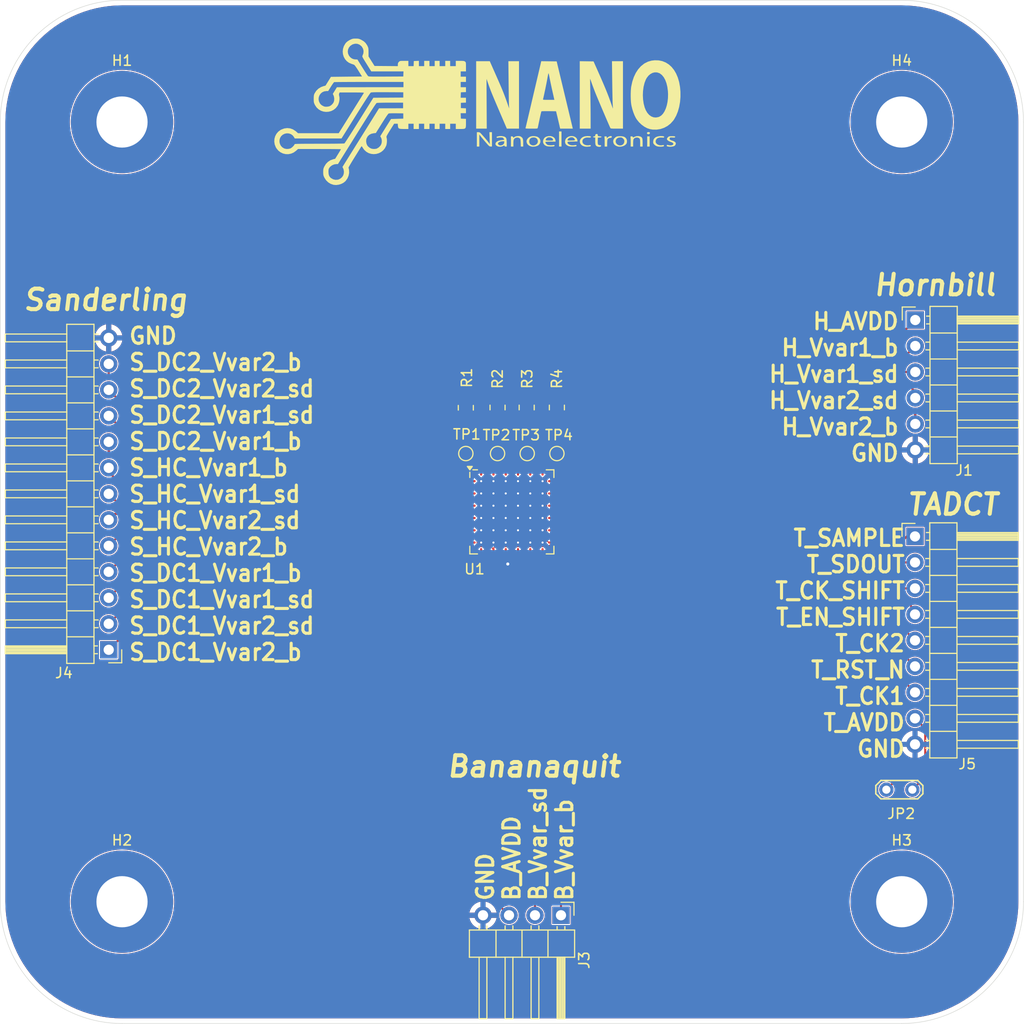
<source format=kicad_pcb>
(kicad_pcb (version 20240108) (generator "pcbnew") (generator_version "8.0")
  (layers (0 "F.Cu" signal) (1 "In1.Cu" signal) (2 "In2.Cu" signal) (31 "B.Cu" signal) (34 "B.Paste" user) (35 "F.Paste" user) (36 "B.SilkS" user "B.Silkscreen") (37 "F.SilkS" user "F.Silkscreen") (38 "B.Mask" user) (39 "F.Mask" user) (44 "Edge.Cuts" user))
  (net 0 "")
  (net 1 "GND")
  (net 2 "Net-(J5-Pin_8)")
  (net 3 "Net-(JP2-A)")
  (net 4 "/H_Vvar2_sd")
  (net 5 "/H_Vvar1_b")
  (net 6 "/H_Vvar2_b")
  (net 7 "/H_AVDD")
  (net 8 "/H_Vvar1_sd")
  (net 9 "/B_VDD")
  (net 10 "/B_Vvar_b")
  (net 11 "/B_Vvar_sd")
  (net 12 "/S_DC2_Vvar1_b")
  (net 13 "/S_HC_Vvar2_b")
  (net 14 "/S_HC_Vvar1_b")
  (net 15 "/S_DC2_Vvar1_sd")
  (net 16 "/S_DC2_Vvar2_sd")
  (net 17 "/S_DC1_Vvar2_b")
  (net 18 "/S_DC1_Vvar2_sd")
  (net 19 "/S_DC1_Vvar1_b")
  (net 20 "/S_HC_Vvar2_sd")
  (net 21 "/S_HC_Vvar1_sd")
  (net 22 "/S_DC2_Vvar2_b")
  (net 23 "/T_CK_SHIFT")
  (net 24 "/T_SAMPLE")
  (net 25 "/T_CK1")
  (net 26 "/T_RST_N")
  (net 27 "/T_CK2")
  (net 28 "/T_EN_SHIFT")
  (net 29 "/T_SDOUT")
  (net 30 "/S_DC1_Vvar1_sd")
  (net 31 "Net-(R1-Pad1)")
  (net 32 "Net-(R2-Pad1)")
  (net 33 "Net-(R3-Pad1)")
  (net 34 "Net-(R4-Pad1)")
  (footprint "TestPoint:TestPoint_Pad_D1.0mm" (layer "F.Cu") (at 148.1 93.8 180)
    (property "Reference" "TP2")
    (property "Value" "TestPoint_Small")
  )
  (footprint "Connector_PinHeader_2.54mm:PinHeader_1x06_P2.54mm_Horizontal" (layer "F.Cu") (at 188.925 80.75)
    (property "Reference" "J1")
    (property "Value" "Conn_01x06_Pin")
  )
  (footprint "Resistor_SMD:R_0805_2012Metric_Pad1.20x1.40mm_HandSolder" (layer "F.Cu") (at 145 89.325 90)
    (property "Reference" "R1")
    (property "Value" "50")
  )
  (footprint "MountingHole:MountingHole_5mm_Pad_TopBottom" (layer "F.Cu") (at 187.6 137.6)
    (property "Reference" "H3")
    (property "Value" "MountingHole")
  )
  (footprint "MountingHole:MountingHole_5mm_Pad_TopBottom" (layer "F.Cu") (at 111.4 137.6)
    (property "Reference" "H2")
    (property "Value" "MountingHole")
  )
  (footprint "Connector_PinHeader_2.54mm:PinHeader_1x09_P2.54mm_Horizontal" (layer "F.Cu") (at 188.9 101.9)
    (property "Reference" "J5")
    (property "Value" "Conn_01x09_Pin")
  )
  (footprint "Resistor_SMD:R_0805_2012Metric_Pad1.20x1.40mm_HandSolder" (layer "F.Cu") (at 148.1 89.3 90)
    (property "Reference" "R2")
    (property "Value" "50")
  )
  (footprint "Resistor_SMD:R_0805_2012Metric_Pad1.20x1.40mm_HandSolder" (layer "F.Cu") (at 153.9 89.3 90)
    (property "Reference" "R4")
    (property "Value" "50")
  )
  (footprint "MountingHole:MountingHole_5mm_Pad_TopBottom" (layer "F.Cu") (at 111.4 61.4)
    (property "Reference" "H1")
    (property "Value" "MountingHole")
  )
  (footprint "TestPoint:TestPoint_Pad_D1.0mm" (layer "F.Cu") (at 151 93.8 90)
    (property "Reference" "TP3")
    (property "Value" "TestPoint_Small")
  )
  (footprint "Connector_PinHeader_2.54mm:PinHeader_1x04_P2.54mm_Horizontal" (layer "F.Cu") (at 154.3 138.925 -90)
    (property "Reference" "J3")
    (property "Value" "Conn_01x04_Pin")
  )
  (footprint "MountingHole:MountingHole_5mm_Pad_TopBottom" (layer "F.Cu") (at 187.6 61.4)
    (property "Reference" "H4")
    (property "Value" "MountingHole")
  )
  (footprint "Package_DFN_QFN:QFN-64-1EP_8x8mm_P0.4mm_EP6.5x6.5mm_ThermalVias" (layer "F.Cu") (at 149.5 99.5)
    (property "Reference" "U1")
    (property "Value" "~")
  )
  (footprint "Resistor_SMD:R_0805_2012Metric_Pad1.20x1.40mm_HandSolder" (layer "F.Cu") (at 150.95 89.3 90)
    (property "Reference" "R3")
    (property "Value" "50")
  )
  (footprint "TestPoint:TestPoint_Pad_D1.0mm" (layer "F.Cu") (at 153.9 93.8 90)
    (property "Reference" "TP4")
    (property "Value" "TestPoint_Small")
  )
  (footprint "TestPoint:TestPoint_Pad_D1.0mm" (layer "F.Cu") (at 145 93.8)
    (property "Reference" "TP1")
    (property "Value" "TestPoint_Small")
  )
  (footprint "TestPoint:TestPoint_2Pads_Pitch2.54mm_Drill0.8mm" (layer "F.Cu") (at 186.1 126.65)
    (property "Reference" "JP2")
    (property "Value" "Jumper_2_Bridged")
  )
  (footprint "Connector_PinHeader_2.54mm:PinHeader_1x13_P2.54mm_Horizontal" (layer "F.Cu") (at 110.1 112.98 180)
    (property "Reference" "J4")
    (property "Value" "Conn_01x13_Pin")
  )
  (footprint "footprint:NANO_LOGO" (layer "F.Cu") (at 146.25 60.4)
    (property "Reference" "G***" (hide yes))
    (property "Value" "LOGO" (hide yes))
  )
  (gr_arc (start 187.6 49.5) (mid 196.014571 52.985429) (end 199.5 61.4) (stroke (width 0.05)) (layer "Edge.Cuts"))
  (gr_line (start 187.6 49.5) (end 111.4 49.5) (stroke (width 0.05)) (layer "Edge.Cuts"))
  (gr_line (start 199.5 137.6) (end 199.5 61.4) (stroke (width 0.05)) (layer "Edge.Cuts"))
  (gr_arc (start 99.5 61.4) (mid 102.985429 52.985429) (end 111.4 49.5) (stroke (width 0.05)) (layer "Edge.Cuts"))
  (gr_line (start 99.5 61.4) (end 99.5 137.6) (stroke (width 0.05)) (layer "Edge.Cuts"))
  (gr_arc (start 199.5 137.6) (mid 196.014571 146.014571) (end 187.6 149.5) (stroke (width 0.05)) (layer "Edge.Cuts"))
  (gr_arc (start 111.4 149.5) (mid 102.985429 146.014571) (end 99.5 137.6) (stroke (width 0.05)) (layer "Edge.Cuts"))
  (gr_line (start 111.4 149.5) (end 187.6 149.5) (stroke (width 0.05)) (layer "Edge.Cuts"))
  (gr_text "H_AVDD\nH_Vvar1_b\nH_Vvar1_sd\nH_Vvar2_sd\nH_Vvar2_b\nGND" (at 187.45 94.7 0) (layer "F.SilkS") (effects (font (size 1.6 1.5) (thickness 0.3) (bold yes)) (justify right bottom)))
  (gr_text "Hornbill\n" (at 184.7 78.5 0) (layer "F.SilkS") (effects (font (size 2 2) (thickness 0.4) (bold yes) (italic yes)) (justify left bottom)))
  (gr_text "T_SAMPLE\nT_SDOUT\nT_CK_SHIFT\nT_EN_SHIFT\nT_CK2\nT_RST_N\nT_CK1\nT_AVDD\nGND" (at 188.05 123.6 0) (layer "F.SilkS") (effects (font (size 1.6 1.5) (thickness 0.3) (bold yes)) (justify right bottom)))
  (gr_text "Sanderling" (at 101.6 79.95 0) (layer "F.SilkS") (effects (font (size 2 2) (thickness 0.4) (bold yes) (italic yes)) (justify left bottom)))
  (gr_text "Bananaquit" (at 143 125.55 0) (layer "F.SilkS") (effects (font (size 2 2) (thickness 0.4) (bold yes) (italic yes)) (justify left bottom)))
  (gr_text "TADCT" (at 187.95 99.95 0) (layer "F.SilkS") (effects (font (size 2 2) (thickness 0.4) (bold yes) (italic yes)) (justify left bottom)))
  (gr_text "GND\nB_AVDD\nB_Vvar_sd\nB_Vvar_b" (at 155.57 137.655 90) (layer "F.SilkS") (effects (font (size 1.6 1.5) (thickness 0.3) (bold yes)) (justify left bottom)))
  (gr_text "GND\nS_DC2_Vvar2_b\nS_DC2_Vvar2_sd\nS_DC2_Vvar1_sd\nS_DC2_Vvar1_b\nS_HC_Vvar1_b\nS_HC_Vvar1_sd\nS_HC_Vvar2_sd\nS_HC_Vvar2_b\nS_DC1_Vvar1_b\nS_DC1_Vvar1_sd\nS_DC1_Vvar2_sd\nS_DC1_Vvar2_b" (at 111.95 114.15 0) (layer "F.SilkS") (effects (font (size 1.6 1.5) (thickness 0.3) (bold yes)) (justify left bottom)))
  (segment (start 149.1 104.594887) (end 149.3 104.394887) (width 0.2) (layer "F.Cu") (net 1))
  (segment (start 149.3 104.394887) (end 149.3 103.45) (width 0.2) (layer "F.Cu") (net 1))
  (via (at 149.1 104.594887) (size 0.6) (drill 0.3) (layers "F.Cu" "B.Cu") (net 1))
  (segment (start 189.9 125.39) (end 188.64 126.65) (width 0.2) (layer "F.Cu") (net 2))
  (segment (start 189.9 120.68) (end 188.9 119.68) (width 0.2) (layer "F.Cu") (net 2))
  (segment (start 189.9 120.68) (end 189.9 125.39) (width 0.2) (layer "F.Cu") (net 2))
  (segment (start 175.312992 102.5) (end 179.552992 106.74) (width 0.2) (layer "F.Cu") (net 3))
  (segment (start 145.55 95.815772) (end 145.55 96.5) (width 0.1) (layer "F.Cu") (net 3))
  (segment (start 153.05 102.9) (end 147.85 102.9) (width 0.1) (layer "F.Cu") (net 3))
  (segment (start 152.9 95.25) (end 152.9 102.3) (width 0.1) (layer "F.Cu") (net 3))
  (segment (start 187.45 125.3) (end 186.1 126.65) (width 0.2) (layer "F.Cu") (net 3))
  (segment (start 146 102.1) (end 146.1 102.2) (width 0.1) (layer "F.Cu") (net 3))
  (segment (start 186.65 113.33995) (end 187.45 114.13995) (width 0.2) (layer "F.Cu") (net 3))
  (segment (start 184.418678 106.74) (end 186.65 108.971322) (width 0.2) (layer "F.Cu") (net 3))
  (segment (start 153.1 102.5) (end 153.45 102.5) (width 0.1) (layer "F.Cu") (net 3))
  (segment (start 147.7 103.05) (end 147.7 103.45) (width 0.1) (layer "F.Cu") (net 3))
  (segment (start 149.95 95) (end 146.365772 95) (width 0.1) (layer "F.Cu") (net 3))
  (segment (start 153.45 102.5) (end 153.05 102.9) (width 0.1) (layer "F.Cu") (net 3))
  (segment (start 150.25 95) (end 152.65 95) (width 0.1) (layer "F.Cu") (net 3))
  (segment (start 152.65 95) (end 152.9 95.25) (width 0.1) (layer "F.Cu") (net 3))
  (segment (start 187.45 114.13995) (end 187.45 125.3) (width 0.2) (layer "F.Cu") (net 3))
  (segment (start 147.85 102.9) (end 147.7 103.05) (width 0.1) (layer "F.Cu") (net 3))
  (segment (start 179.552992 106.74) (end 184.418678 106.74) (width 0.2) (layer "F.Cu") (net 3))
  (segment (start 145.55 102.1) (end 146 102.1) (width 0.1) (layer "F.Cu") (net 3))
  (segment (start 146.1 102.9) (end 147.45 102.9) (width 0.1) (layer "F.Cu") (net 3))
  (segment (start 186.65 108.971322) (end 186.65 113.33995) (width 0.2) (layer "F.Cu") (net 3))
  (segment (start 150.1 95.55) (end 150.1 95.15) (width 0.1) (layer "F.Cu") (net 3))
  (segment (start 152.9 102.3) (end 153.1 102.5) (width 0.1) (layer "F.Cu") (net 3))
  (segment (start 150.1 95.15) (end 150.25 95) (width 0.1) (layer "F.Cu") (net 3))
  (segment (start 146.1 102.2) (end 146.1 102.9) (width 0.1) (layer "F.Cu") (net 3))
  (segment (start 147.45 102.9) (end 147.7 103.15) (width 0.1) (layer "F.Cu") (net 3))
  (segment (start 146.365772 95) (end 145.55 95.815772) (width 0.1) (layer "F.Cu") (net 3))
  (segment (start 150.1 95.15) (end 149.95 95) (width 0.1) (layer "F.Cu") (net 3))
  (segment (start 147.7 103.15) (end 147.7 103.45) (width 0.1) (layer "F.Cu") (net 3))
  (segment (start 153.45 102.5) (end 175.312992 102.5) (width 0.2) (layer "F.Cu") (net 3))
  (segment (start 188.925 88.37) (end 188.925 87.7725) (width 0.2) (layer "F.Cu") (net 4))
  (segment (start 187.3825 86.23) (end 172.201372 86.23) (width 0.2) (layer "F.Cu") (net 4))
  (segment (start 160.331372 98.1) (end 153.45 98.1) (width 0.2) (layer "F.Cu") (net 4))
  (segment (start 188.925 87.7725) (end 187.3825 86.23) (width 0.2) (layer "F.Cu") (net 4))
  (segment (start 172.201372 86.23) (end 160.331372 98.1) (width 0.2) (layer "F.Cu") (net 4))
  (segment (start 171.87 85.43) (end 160 97.3) (width 0.2) (layer "F.Cu") (net 5))
  (segment (start 160 97.3) (end 153.45 97.3) (width 0.2) (layer "F.Cu") (net 5))
  (segment (start 188.925 83.29) (end 186.785 85.43) (width 0.2) (layer "F.Cu") (net 5))
  (segment (start 186.785 85.43) (end 171.87 85.43) (width 0.2) (layer "F.Cu") (net 5))
  (segment (start 187.216814 86.63) (end 172.367058 86.63) (width 0.2) (layer "F.Cu") (net 6))
  (segment (start 188.925 90.91) (end 188.925 89.975) (width 0.2) (layer "F.Cu") (net 6))
  (segment (start 187.775 88.846346) (end 187.775 87.188186) (width 0.2) (layer "F.Cu") (net 6))
  (segment (start 187.775 87.188186) (end 187.216814 86.63) (width 0.2) (layer "F.Cu") (net 6))
  (segment (start 188.925 89.975) (end 188.47 89.52) (width 0.2) (layer "F.Cu") (net 6))
  (segment (start 160.497058 98.5) (end 153.45 98.5) (width 0.2) (layer "F.Cu") (net 6))
  (segment (start 188.47 89.52) (end 188.448654 89.52) (width 0.2) (layer "F.Cu") (net 6))
  (segment (start 188.448654 89.52) (end 187.775 88.846346) (width 0.2) (layer "F.Cu") (net 6))
  (segment (start 172.367058 86.63) (end 160.497058 98.5) (width 0.2) (layer "F.Cu") (net 6))
  (segment (start 186.619314 85.03) (end 187.775 83.874314) (width 0.2) (layer "F.Cu") (net 7))
  (segment (start 159.8 96.9) (end 171.67 85.03) (width 0.2) (layer "F.Cu") (net 7))
  (segment (start 171.67 85.03) (end 186.619314 85.03) (width 0.2) (layer "F.Cu") (net 7))
  (segment (start 187.775 83.874314) (end 187.775 81.9) (width 0.2) (layer "F.Cu") (net 7))
  (segment (start 153.45 96.9) (end 159.8 96.9) (width 0.2) (layer "F.Cu") (net 7))
  (segment (start 187.775 81.9) (end 188.925 80.75) (width 0.2) (layer "F.Cu") (net 7))
  (segment (start 188.925 85.83) (end 172.035686 85.83) (width 0.2) (layer "F.Cu") (net 8))
  (segment (start 172.035686 85.83) (end 160.165686 97.7) (width 0.2) (layer "F.Cu") (net 8))
  (segment (start 160.165686 97.7) (end 153.45 97.7) (width 0.2) (layer "F.Cu") (net 8))
  (segment (start 148.5 138.205) (end 149.22 138.925) (width 0.2) (layer "F.Cu") (net 9))
  (segment (start 148.9 103.94636) (end 148.5 104.34636) (width 0.2) (layer "F.Cu") (net 9))
  (segment (start 148.9 103.45) (end 148.9 103.94636) (width 0.2) (layer "F.Cu") (net 9))
  (segment (start 148.5 104.34636) (end 148.5 138.205) (width 0.2) (layer "F.Cu") (net 9))
  (segment (start 150.1 132.85) (end 150.1 103.45) (width 0.2) (layer "F.Cu") (net 10))
  (segment (start 154.3 138.925) (end 154.3 137.05) (width 0.2) (layer "F.Cu") (net 10))
  (segment (start 154.3 137.05) (end 150.1 132.85) (width 0.2) (layer "F.Cu") (net 10))
  (segment (start 149.7 103.45) (end 149.7 133.015686) (width 0.2) (layer "F.Cu") (net 11))
  (segment (start 151.76 135.075686) (end 151.76 138.925) (width 0.2) (layer "F.Cu") (net 11))
  (segment (start 149.7 133.015686) (end 151.76 135.075686) (width 0.2) (layer "F.Cu") (net 11))
  (segment (start 111.25 94.723654) (end 111.25 96.184314) (width 0.2) (layer "F.Cu") (net 12))
  (segment (start 110.1 93.573654) (end 111.25 94.723654) (width 0.2) (layer "F.Cu") (net 12))
  (segment (start 111.25 96.184314) (end 113.565686 98.5) (width 0.2) (layer "F.Cu") (net 12))
  (segment (start 110.1 92.66) (end 110.1 93.573654) (width 0.2) (layer "F.Cu") (net 12))
  (segment (start 113.565686 98.5) (end 145.55 98.5) (width 0.2) (layer "F.Cu") (net 12))
  (segment (start 112.987256 100.1) (end 145.55 100.1) (width 0.2) (layer "F.Cu") (net 13))
  (segment (start 111.25 101.67) (end 111.417256 101.67) (width 0.2) (layer "F.Cu") (net 13))
  (segment (start 111.417256 101.67) (end 112.987256 100.1) (width 0.2) (layer "F.Cu") (net 13))
  (segment (start 110.1 102.82) (end 111.25 101.67) (width 0.2) (layer "F.Cu") (net 13))
  (segment (start 110.1 95.6) (end 113.4 98.9) (width 0.2) (layer "F.Cu") (net 14))
  (segment (start 113.4 98.9) (end 145.55 98.9) (width 0.2) (layer "F.Cu") (net 14))
  (segment (start 110.1 95.2) (end 110.1 95.6) (width 0.2) (layer "F.Cu") (net 14))
  (segment (start 111.65 96.018628) (end 113.731372 98.1) (width 0.2) (layer "F.Cu") (net 15))
  (segment (start 110.1 90.12) (end 111.25 91.27) (width 0.2) (layer "F.Cu") (net 15))
  (segment (start 111.25 94.157968) (end 111.65 94.557968) (width 0.2) (layer "F.Cu") (net 15))
  (segment (start 113.731372 98.1) (end 145.55 98.1) (width 0.2) (layer "F.Cu") (net 15))
  (segment (start 111.65 94.557968) (end 111.65 96.018628) (width 0.2) (layer "F.Cu") (net 15))
  (segment (start 111.25 91.27) (end 111.25 94.157968) (width 0.2) (layer "F.Cu") (net 15))
  (segment (start 112.05 94.392282) (end 112.05 95.852942) (width 0.2) (layer "F.Cu") (net 16))
  (segment (start 111.65 89.13) (end 111.65 93.992282) (width 0.2) (layer "F.Cu") (net 16))
  (segment (start 112.05 95.852942) (end 113.897058 97.7) (width 0.2) (layer "F.Cu") (net 16))
  (segment (start 110.1 87.58) (end 111.65 89.13) (width 0.2) (layer "F.Cu") (net 16))
  (segment (start 111.65 93.992282) (end 112.05 94.392282) (width 0.2) (layer "F.Cu") (net 16))
  (segment (start 113.897058 97.7) (end 145.55 97.7) (width 0.2) (layer "F.Cu") (net 16))
  (segment (start 110.1 112.98) (end 112.85 110.23) (width 0.2) (layer "F.Cu") (net 17))
  (segment (start 113.65 101.7) (end 145.55 101.7) (width 0.2) (layer "F.Cu") (net 17))
  (segment (start 112.85 110.23) (end 112.85 102.5) (width 0.2) (layer "F.Cu") (net 17))
  (segment (start 112.85 102.5) (end 113.65 101.7) (width 0.2) (layer "F.Cu") (net 17))
  (segment (start 112.45 102.334314) (end 113.484314 101.3) (width 0.2) (layer "F.Cu") (net 18))
  (segment (start 112.45 108.09) (end 112.45 102.334314) (width 0.2) (layer "F.Cu") (net 18))
  (segment (start 110.1 110.44) (end 112.45 108.09) (width 0.2) (layer "F.Cu") (net 18))
  (segment (start 113.484314 101.3) (end 145.55 101.3) (width 0.2) (layer "F.Cu") (net 18))
  (segment (start 110.1 105.36) (end 111.65 103.81) (width 0.2) (layer "F.Cu") (net 19))
  (segment (start 111.65 103.81) (end 111.65 102.002942) (width 0.2) (layer "F.Cu") (net 19))
  (segment (start 113.152942 100.5) (end 145.55 100.5) (width 0.2) (layer "F.Cu") (net 19))
  (segment (start 111.65 102.002942) (end 113.152942 100.5) (width 0.2) (layer "F.Cu") (net 19))
  (segment (start 110.68 99.7) (end 145.55 99.7) (width 0.2) (layer "F.Cu") (net 20))
  (segment (start 110.1 100.28) (end 110.68 99.7) (width 0.2) (layer "F.Cu") (net 20))
  (segment (start 111.66 99.3) (end 145.55 99.3) (width 0.2) (layer "F.Cu") (net 21))
  (segment (start 110.1 97.74) (end 111.66 99.3) (width 0.2) (layer "F.Cu") (net 21))
  (segment (start 112.05 88.8) (end 112.05 93.826596) (width 0.2) (layer "F.Cu") (net 22))
  (segment (start 110.1 85.04) (end 110.1 86.095075) (width 0.2) (layer "F.Cu") (net 22))
  (segment (start 112.05 93.826596) (end 112.45 94.226596) (width 0.2) (layer "F.Cu") (net 22))
  (segment (start 110.1 86.095075) (end 111.15 87.145075) (width 0.2) (layer "F.Cu") (net 22))
  (segment (start 111.15 87.145075) (end 111.15 87.9) (width 0.2) (layer "F.Cu") (net 22))
  (segment (start 114.062744 97.3) (end 145.55 97.3) (width 0.2) (layer "F.Cu") (net 22))
  (segment (start 111.15 87.9) (end 112.05 88.8) (width 0.2) (layer "F.Cu") (net 22))
  (segment (start 112.45 94.226596) (end 112.45 95.687256) (width 0.2) (layer "F.Cu") (net 22))
  (segment (start 112.45 95.687256) (end 114.062744 97.3) (width 0.2) (layer "F.Cu") (net 22))
  (segment (start 185.205686 104.84) (end 180.34 104.84) (width 0.2) (layer "F.Cu") (net 23))
  (segment (start 180.34 104.84) (end 176 100.5) (width 0.2) (layer "F.Cu") (net 23))
  (segment (start 187.345686 106.98) (end 185.205686 104.84) (width 0.2) (layer "F.Cu") (net 23))
  (segment (start 188.9 106.98) (end 187.345686 106.98) (width 0.2) (layer "F.Cu") (net 23))
  (segment (start 176 100.5) (end 153.45 100.5) (width 0.2) (layer "F.Cu") (net 23))
  (segment (start 188.9 101.9) (end 188.1 101.9) (width 0.2) (layer "F.Cu") (net 24))
  (segment (start 188.1 101.9) (end 185.96 104.04) (width 0.2) (layer "F.Cu") (net 24))
  (segment (start 185.96 104.04) (end 180.671372 104.04) (width 0.2) (layer "F.Cu") (net 24))
  (segment (start 176.331372 99.7) (end 153.45 99.7) (width 0.2) (layer "F.Cu") (net 24))
  (segment (start 180.671372 104.04) (end 176.331372 99.7) (width 0.2) (layer "F.Cu") (net 24))
  (segment (start 175.337256 102.1) (end 153.45 102.1) (width 0.2) (layer "F.Cu") (net 25))
  (segment (start 187.75 114.015686) (end 186.95 113.215686) (width 0.2) (layer "F.Cu") (net 25))
  (segment (start 186.95 113.215686) (end 186.95 108.847058) (width 0.2) (layer "F.Cu") (net 25))
  (segment (start 184.542942 106.44) (end 179.677256 106.44) (width 0.2) (layer "F.Cu") (net 25))
  (segment (start 187.75 115.99) (end 187.75 114.015686) (width 0.2) (layer "F.Cu") (net 25))
  (segment (start 188.9 117.14) (end 187.75 115.99) (width 0.2) (layer "F.Cu") (net 25))
  (segment (start 179.677256 106.44) (end 175.337256 102.1) (width 0.2) (layer "F.Cu") (net 25))
  (segment (start 186.95 108.847058) (end 184.542942 106.44) (width 0.2) (layer "F.Cu") (net 25))
  (segment (start 179.842942 106.04) (end 179.608628 105.805685) (width 0.2) (layer "F.Cu") (net 26))
  (segment (start 187.35 108.681372) (end 184.708628 106.04) (width 0.2) (layer "F.Cu") (net 26))
  (segment (start 179.608628 105.805685) (end 175.502942 101.7) (width 0.2) (layer "F.Cu") (net 26))
  (segment (start 187.35 113.05) (end 187.35 108.681372) (width 0.2) (layer "F.Cu") (net 26))
  (segment (start 188.9 114.6) (end 187.35 113.05) (width 0.2) (layer "F.Cu") (net 26))
  (segment (start 184.708628 106.04) (end 179.842942 106.04) (width 0.2) (layer "F.Cu") (net 26))
  (segment (start 175.502942 101.7) (end 153.45 101.7) (width 0.2) (layer "F.Cu") (net 26))
  (segment (start 187.75 108.515686) (end 184.874314 105.64) (width 0.2) (layer "F.Cu") (net 27))
  (segment (start 187.75 110.91) (end 187.75 108.515686) (width 0.2) (layer "F.Cu") (net 27))
  (segment (start 188.9 112.06) (end 187.75 110.91) (width 0.2) (layer "F.Cu") (net 27))
  (segment (start 180.008628 105.64) (end 175.668628 101.3) (width 0.2) (layer "F.Cu") (net 27))
  (segment (start 175.668628 101.3) (end 153.45 101.3) (width 0.2) (layer "F.Cu") (net 27))
  (segment (start 184.874314 105.64) (end 180.008628 105.64) (width 0.2) (layer "F.Cu") (net 27))
  (segment (start 188.9 109.52) (end 188.9 109.1) (width 0.2) (layer "F.Cu") (net 28))
  (segment (start 180.174314 105.24) (end 175.834314 100.9) (width 0.2) (layer "F.Cu") (net 28))
  (segment (start 188.9 109.1) (end 185.04 105.24) (width 0.2) (layer "F.Cu") (net 28))
  (segment (start 185.04 105.24) (end 180.174314 105.24) (width 0.2) (layer "F.Cu") (net 28))
  (segment (start 175.834314 100.9) (end 153.45 100.9) (width 0.2) (layer "F.Cu") (net 28))
  (segment (start 180.505686 104.44) (end 176.165686 100.1) (width 0.2) (layer "F.Cu") (net 29))
  (segment (start 176.165686 100.1) (end 153.45 100.1) (width 0.2) (layer "F.Cu") (net 29))
  (segment (start 188.9 104.44) (end 180.505686 104.44) (width 0.2) (layer "F.Cu") (net 29))
  (segment (start 113.318628 100.9) (end 145.55 100.9) (width 0.2) (layer "F.Cu") (net 30))
  (segment (start 112.05 105.95) (end 112.05 102.168628) (width 0.2) (layer "F.Cu") (net 30))
  (segment (start 110.1 107.9) (end 112.05 105.95) (width 0.2) (layer "F.Cu") (net 30))
  (segment (start 112.05 102.168628) (end 113.318628 100.9) (width 0.2) (layer "F.Cu") (net 30))
  (segment (start 145 93.875) (end 145 90.325) (width 0.1) (layer "F.Cu") (net 31))
  (segment (start 148.1 94) (end 148.1 90.3) (width 0.1) (layer "F.Cu") (net 32))
  (segment (start 151 93.9) (end 151 90.35) (width 0.1) (layer "F.Cu") (net 33))
  (segment (start 151 90.35) (end 150.95 90.3) (width 0.1) (layer "F.Cu") (net 33))
  (segment (start 153.9 93.8) (end 153.9 90.3) (width 0.1) (layer "F.Cu") (net 34))
  (zone (net 1) (net_name "GND") (layers "F.Cu" "In1.Cu" "B.Cu") (connect_pads (clearance 0.1)) (min_thickness 0.125) (fill yes (thermal_gap 0.5) (thermal_bridge_width 0.5))
    (polygon (pts (xy 99.5 49.5) (xy 199.5 49.5) (xy 199.5 149.5) (xy 99.5 149.5)))
  )
)
</source>
